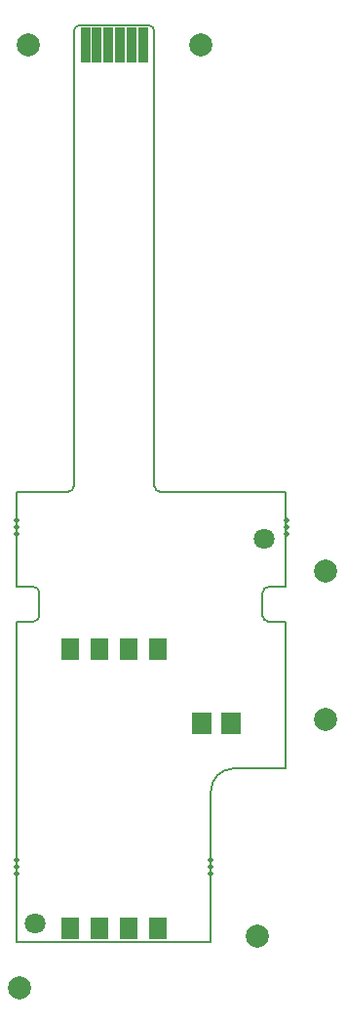
<source format=gts>
G04 Layer_Color=8388736*
%FSLAX44Y44*%
%MOMM*%
G71*
G01*
G75*
%ADD10C,0.2000*%
%ADD19C,0.5000*%
%ADD25R,1.7500X1.9501*%
%ADD26R,1.5501X1.9501*%
%ADD27C,1.8000*%
%ADD28R,0.8500X3.1500*%
%ADD29C,2.0000*%
D10*
X-64999Y303064D02*
G03*
X-69999Y308064I-5000J0D01*
G01*
Y278064D02*
G03*
X-64999Y283064I0J5000D01*
G01*
X133999Y307936D02*
G03*
X128999Y302936I0J-5000D01*
G01*
Y282936D02*
G03*
X133999Y277936I5000J0D01*
G01*
X35000Y395500D02*
G03*
X40000Y390500I5000J0D01*
G01*
X-30000Y795000D02*
G03*
X-35000Y790000I0J-5000D01*
G01*
X-40000Y390500D02*
G03*
X-35000Y395500I0J5000D01*
G01*
X104000Y150500D02*
G03*
X84000Y130500I0J-20000D01*
G01*
X35000Y790000D02*
G03*
X30000Y795000I-5000J0D01*
G01*
X-85000Y308000D02*
Y390500D01*
X-84999Y278064D02*
X-69999D01*
X-84999Y308064D02*
X-69999D01*
X-64999Y283064D02*
Y303064D01*
X128999Y282936D02*
Y302936D01*
X133999Y277936D02*
X148999D01*
X133999Y307936D02*
X148999D01*
X149000Y308000D02*
Y390500D01*
X84000Y0D02*
Y130500D01*
X84000Y-0D02*
X84000Y0D01*
X-85000Y-0D02*
X84000D01*
X-85000Y390500D02*
X-40000D01*
X-85000Y-0D02*
Y278000D01*
X104000Y150500D02*
X149000D01*
Y278000D01*
X40000Y390500D02*
X149000D01*
X35000Y395500D02*
Y790000D01*
X-30000Y795000D02*
X30000D01*
X-35000Y395500D02*
Y790000D01*
D19*
X84000Y65000D02*
D03*
Y59000D02*
D03*
Y71000D02*
D03*
X-85000Y65000D02*
D03*
Y71000D02*
D03*
Y59000D02*
D03*
X150000Y360000D02*
D03*
Y354000D02*
D03*
Y366000D02*
D03*
X-85000Y360000D02*
D03*
Y366000D02*
D03*
Y354000D02*
D03*
D25*
X76200Y189799D02*
D03*
X101600D02*
D03*
D26*
X-38100Y11999D02*
D03*
X-12700D02*
D03*
X12700D02*
D03*
X38100D02*
D03*
X-38100Y254000D02*
D03*
X-12700D02*
D03*
X38100D02*
D03*
X12700D02*
D03*
D27*
X130000Y350000D02*
D03*
X-69000Y16000D02*
D03*
D28*
X-25002Y778001D02*
D03*
X-15002D02*
D03*
X-5002D02*
D03*
X5000D02*
D03*
X15000D02*
D03*
X25000D02*
D03*
D29*
X75000Y778000D02*
D03*
X-75000D02*
D03*
X184000Y322000D02*
D03*
X124000Y5000D02*
D03*
X184000Y193000D02*
D03*
X-82000Y-40000D02*
D03*
M02*

</source>
